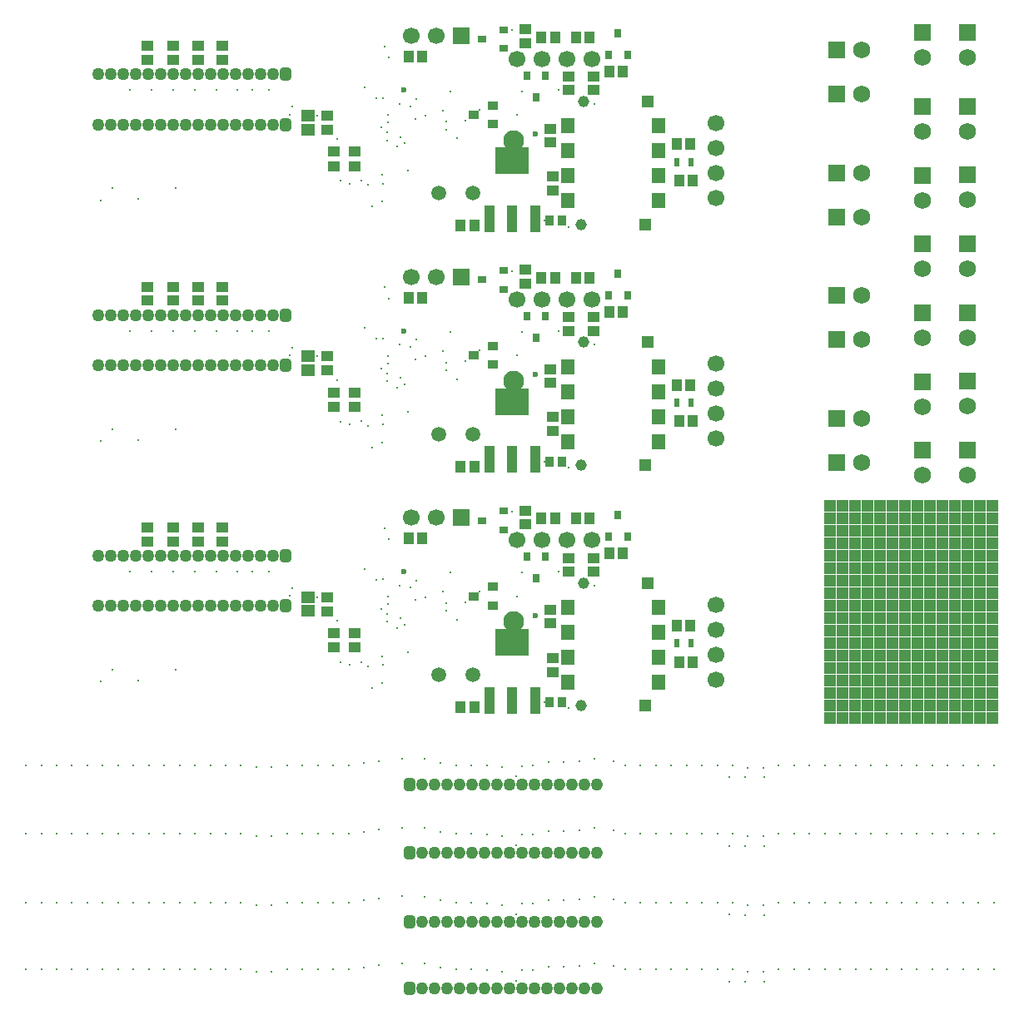
<source format=gbs>
G04*
G04 #@! TF.GenerationSoftware,Altium Limited,Altium Designer,20.1.14 (287)*
G04*
G04 Layer_Color=16711935*
%FSLAX25Y25*%
%MOIN*%
G70*
G04*
G04 #@! TF.SameCoordinates,DA88C76E-B398-4153-8C2D-C889442453F1*
G04*
G04*
G04 #@! TF.FilePolarity,Negative*
G04*
G01*
G75*
%ADD22R,0.03543X0.04134*%
%ADD44C,0.04528*%
%ADD45R,0.04528X0.04528*%
%ADD50C,0.02362*%
%ADD68R,0.04331X0.04724*%
%ADD69R,0.05512X0.06299*%
%ADD71R,0.04724X0.04331*%
%ADD72R,0.03937X0.03543*%
%ADD73R,0.03937X0.04528*%
%ADD74R,0.03347X0.02756*%
%ADD75R,0.04528X0.04134*%
%ADD76R,0.05709X0.04724*%
G04:AMPARAMS|DCode=83|XSize=48mil|YSize=48mil|CornerRadius=7.5mil|HoleSize=0mil|Usage=FLASHONLY|Rotation=180.000|XOffset=0mil|YOffset=0mil|HoleType=Round|Shape=RoundedRectangle|*
%AMROUNDEDRECTD83*
21,1,0.04800,0.03300,0,0,180.0*
21,1,0.03300,0.04800,0,0,180.0*
1,1,0.01500,-0.01650,0.01650*
1,1,0.01500,0.01650,0.01650*
1,1,0.01500,0.01650,-0.01650*
1,1,0.01500,-0.01650,-0.01650*
%
%ADD83ROUNDEDRECTD83*%
%ADD84C,0.06902*%
%ADD85R,0.06902X0.06902*%
%ADD86R,0.06902X0.06902*%
%ADD87C,0.00400*%
%ADD88C,0.08274*%
%ADD89C,0.06693*%
%ADD90C,0.05906*%
G04:AMPARAMS|DCode=91|XSize=48mil|YSize=51mil|CornerRadius=13mil|HoleSize=0mil|Usage=FLASHONLY|Rotation=0.000|XOffset=0mil|YOffset=0mil|HoleType=Round|Shape=RoundedRectangle|*
%AMROUNDEDRECTD91*
21,1,0.04800,0.02500,0,0,0.0*
21,1,0.02200,0.05100,0,0,0.0*
1,1,0.02600,0.01100,-0.01250*
1,1,0.02600,-0.01100,-0.01250*
1,1,0.02600,-0.01100,0.01250*
1,1,0.02600,0.01100,0.01250*
%
%ADD91ROUNDEDRECTD91*%
%ADD92O,0.04800X0.05100*%
%ADD93R,0.06693X0.06693*%
%ADD94C,0.01181*%
G04:AMPARAMS|DCode=95|XSize=47.94mil|YSize=50.94mil|CornerRadius=12.97mil|HoleSize=0mil|Usage=FLASHONLY|Rotation=180.000|XOffset=0mil|YOffset=0mil|HoleType=Round|Shape=RoundedRectangle|*
%AMROUNDEDRECTD95*
21,1,0.04794,0.02500,0,0,180.0*
21,1,0.02200,0.05094,0,0,180.0*
1,1,0.02594,-0.01100,0.01250*
1,1,0.02594,0.01100,0.01250*
1,1,0.02594,0.01100,-0.01250*
1,1,0.02594,-0.01100,-0.01250*
%
%ADD95ROUNDEDRECTD95*%
%ADD96O,0.04794X0.05094*%
%ADD97R,0.02756X0.03347*%
%ADD98R,0.04134X0.04528*%
%ADD99R,0.04528X0.03937*%
%ADD100R,0.02165X0.03740*%
%ADD101R,0.04331X0.11024*%
%ADD102R,0.13386X0.11024*%
D22*
X212598Y311417D02*
D03*
X217717D02*
D03*
X212598Y214961D02*
D03*
X217717D02*
D03*
X212598Y118504D02*
D03*
X217717D02*
D03*
D44*
X226260Y359252D02*
D03*
X225275Y310039D02*
D03*
X226260Y262795D02*
D03*
X225275Y213583D02*
D03*
X226260Y166339D02*
D03*
X225275Y117126D02*
D03*
D45*
X252087Y359252D02*
D03*
X251102Y310039D02*
D03*
X252087Y262795D02*
D03*
X251102Y213583D02*
D03*
X252087Y166339D02*
D03*
X251102Y117126D02*
D03*
D50*
X154331Y363780D02*
D03*
X206932Y346263D02*
D03*
X188583Y311811D02*
D03*
X154331Y267323D02*
D03*
X206932Y249807D02*
D03*
X188583Y215354D02*
D03*
X154331Y170866D02*
D03*
X206932Y153350D02*
D03*
X188583Y118898D02*
D03*
D68*
X242126Y371260D02*
D03*
X236614D02*
D03*
X209449Y385039D02*
D03*
X214961D02*
D03*
X228740D02*
D03*
X223228D02*
D03*
X156299Y377165D02*
D03*
X161811D02*
D03*
X242126Y274803D02*
D03*
X236614D02*
D03*
X209449Y288583D02*
D03*
X214961D02*
D03*
X228740D02*
D03*
X223228D02*
D03*
X156299Y280709D02*
D03*
X161811D02*
D03*
X242126Y178347D02*
D03*
X236614D02*
D03*
X209449Y192126D02*
D03*
X214961D02*
D03*
X228740D02*
D03*
X223228D02*
D03*
X156299Y184252D02*
D03*
X161811D02*
D03*
D69*
X256299Y329488D02*
D03*
Y319488D02*
D03*
X220079Y329488D02*
D03*
Y319488D02*
D03*
X256299Y349488D02*
D03*
Y339488D02*
D03*
X220079Y349488D02*
D03*
Y339488D02*
D03*
X256299Y233032D02*
D03*
Y223031D02*
D03*
X220079Y233032D02*
D03*
Y223031D02*
D03*
X256299Y253031D02*
D03*
Y243032D02*
D03*
X220079Y253031D02*
D03*
Y243032D02*
D03*
X256299Y136575D02*
D03*
Y126575D02*
D03*
X220079Y136575D02*
D03*
Y126575D02*
D03*
X256299Y156575D02*
D03*
Y146575D02*
D03*
X220079Y156575D02*
D03*
Y146575D02*
D03*
D71*
X230315Y369291D02*
D03*
Y363780D02*
D03*
X203150Y388189D02*
D03*
Y382677D02*
D03*
X220472Y369291D02*
D03*
Y363780D02*
D03*
X51691Y375909D02*
D03*
Y381421D02*
D03*
X61927Y375909D02*
D03*
Y381421D02*
D03*
X72163Y375909D02*
D03*
Y381421D02*
D03*
X81612Y375909D02*
D03*
Y381421D02*
D03*
X230315Y272835D02*
D03*
Y267323D02*
D03*
X203150Y291732D02*
D03*
Y286221D02*
D03*
X220472Y272835D02*
D03*
Y267323D02*
D03*
X51691Y279452D02*
D03*
Y284964D02*
D03*
X61927Y279452D02*
D03*
Y284964D02*
D03*
X72163Y279452D02*
D03*
Y284964D02*
D03*
X81612Y279452D02*
D03*
Y284964D02*
D03*
X230315Y176378D02*
D03*
Y170866D02*
D03*
X203150Y195276D02*
D03*
Y189764D02*
D03*
X220472Y176378D02*
D03*
Y170866D02*
D03*
X51691Y182996D02*
D03*
Y188507D02*
D03*
X61927Y182996D02*
D03*
Y188507D02*
D03*
X72163Y182996D02*
D03*
Y188507D02*
D03*
X81612Y182996D02*
D03*
Y188507D02*
D03*
D72*
X190157Y357677D02*
D03*
Y350197D02*
D03*
X182283Y353937D02*
D03*
X190157Y261221D02*
D03*
Y253740D02*
D03*
X182283Y257480D02*
D03*
X190157Y164764D02*
D03*
Y157283D02*
D03*
X182283Y161024D02*
D03*
D73*
X269193Y342126D02*
D03*
X263878D02*
D03*
X264665Y327559D02*
D03*
X269980D02*
D03*
X269193Y245669D02*
D03*
X263878D02*
D03*
X264665Y231102D02*
D03*
X269980D02*
D03*
X269193Y149213D02*
D03*
X263878D02*
D03*
X264665Y134646D02*
D03*
X269980D02*
D03*
D74*
X185827Y384252D02*
D03*
X194488Y380512D02*
D03*
Y387992D02*
D03*
X185827Y287795D02*
D03*
X194488Y284055D02*
D03*
Y291535D02*
D03*
X185827Y191339D02*
D03*
X194488Y187599D02*
D03*
Y195079D02*
D03*
D75*
X214173Y329232D02*
D03*
Y323524D02*
D03*
X126378Y339075D02*
D03*
Y333366D02*
D03*
X134646Y339075D02*
D03*
Y333366D02*
D03*
X123622Y353642D02*
D03*
Y347933D02*
D03*
X214173Y232776D02*
D03*
Y227067D02*
D03*
X126378Y242618D02*
D03*
Y236910D02*
D03*
X134646Y242618D02*
D03*
Y236910D02*
D03*
X123622Y257185D02*
D03*
Y251476D02*
D03*
X214173Y136319D02*
D03*
Y130610D02*
D03*
X126378Y146161D02*
D03*
Y140453D02*
D03*
X134646Y146161D02*
D03*
Y140453D02*
D03*
X123622Y160728D02*
D03*
Y155020D02*
D03*
D76*
X116142Y353543D02*
D03*
Y348031D02*
D03*
Y257087D02*
D03*
Y251575D02*
D03*
Y160630D02*
D03*
Y155118D02*
D03*
D83*
X390000Y172126D02*
D03*
X385000D02*
D03*
X380000D02*
D03*
X375000D02*
D03*
X370000D02*
D03*
X365000D02*
D03*
X360000D02*
D03*
X355000D02*
D03*
X350000D02*
D03*
X345000D02*
D03*
X340000D02*
D03*
X335000D02*
D03*
X330000D02*
D03*
X325000D02*
D03*
Y177126D02*
D03*
X330000D02*
D03*
X335000D02*
D03*
X340000D02*
D03*
X345000D02*
D03*
X350000D02*
D03*
X355000D02*
D03*
X360000D02*
D03*
X365000D02*
D03*
X370000D02*
D03*
X375000D02*
D03*
X380000D02*
D03*
X385000D02*
D03*
X390000D02*
D03*
X325000Y182126D02*
D03*
X330000D02*
D03*
X335000D02*
D03*
X340000D02*
D03*
X345000D02*
D03*
X350000D02*
D03*
X355000D02*
D03*
X360000D02*
D03*
X365000D02*
D03*
X370000D02*
D03*
X375000D02*
D03*
X380000D02*
D03*
X385000D02*
D03*
X390000D02*
D03*
Y197126D02*
D03*
X385000D02*
D03*
X380000D02*
D03*
X375000D02*
D03*
X370000D02*
D03*
X365000D02*
D03*
X360000D02*
D03*
X355000D02*
D03*
X350000D02*
D03*
X345000D02*
D03*
X340000D02*
D03*
X335000D02*
D03*
X330000D02*
D03*
X325000D02*
D03*
X390000Y192126D02*
D03*
X385000D02*
D03*
X380000D02*
D03*
X375000D02*
D03*
X370000D02*
D03*
X365000D02*
D03*
X360000D02*
D03*
X355000D02*
D03*
X350000D02*
D03*
X345000D02*
D03*
X340000D02*
D03*
X335000D02*
D03*
X330000D02*
D03*
X325000D02*
D03*
Y187126D02*
D03*
X330000D02*
D03*
X335000D02*
D03*
X340000D02*
D03*
X345000D02*
D03*
X350000D02*
D03*
X355000D02*
D03*
X360000D02*
D03*
X365000D02*
D03*
X370000D02*
D03*
X375000D02*
D03*
X380000D02*
D03*
X385000D02*
D03*
X390000D02*
D03*
Y142126D02*
D03*
X385000D02*
D03*
X380000D02*
D03*
X375000D02*
D03*
X370000D02*
D03*
X365000D02*
D03*
X360000D02*
D03*
X355000D02*
D03*
X350000D02*
D03*
X345000D02*
D03*
X340000D02*
D03*
X335000D02*
D03*
X330000D02*
D03*
X325000D02*
D03*
Y147126D02*
D03*
X330000D02*
D03*
X335000D02*
D03*
X340000D02*
D03*
X345000D02*
D03*
X350000D02*
D03*
X355000D02*
D03*
X360000D02*
D03*
X365000D02*
D03*
X370000D02*
D03*
X375000D02*
D03*
X380000D02*
D03*
X385000D02*
D03*
X390000D02*
D03*
X325000Y152126D02*
D03*
X330000D02*
D03*
X335000D02*
D03*
X340000D02*
D03*
X345000D02*
D03*
X350000D02*
D03*
X355000D02*
D03*
X360000D02*
D03*
X365000D02*
D03*
X370000D02*
D03*
X375000D02*
D03*
X380000D02*
D03*
X385000D02*
D03*
X390000D02*
D03*
Y167126D02*
D03*
X385000D02*
D03*
X380000D02*
D03*
X375000D02*
D03*
X370000D02*
D03*
X365000D02*
D03*
X360000D02*
D03*
X355000D02*
D03*
X350000D02*
D03*
X345000D02*
D03*
X340000D02*
D03*
X335000D02*
D03*
X330000D02*
D03*
X325000D02*
D03*
X390000Y162126D02*
D03*
X385000D02*
D03*
X380000D02*
D03*
X375000D02*
D03*
X370000D02*
D03*
X365000D02*
D03*
X360000D02*
D03*
X355000D02*
D03*
X350000D02*
D03*
X345000D02*
D03*
X340000D02*
D03*
X335000D02*
D03*
X330000D02*
D03*
X325000D02*
D03*
Y157126D02*
D03*
X330000D02*
D03*
X335000D02*
D03*
X340000D02*
D03*
X345000D02*
D03*
X350000D02*
D03*
X355000D02*
D03*
X360000D02*
D03*
X365000D02*
D03*
X370000D02*
D03*
X375000D02*
D03*
X380000D02*
D03*
X385000D02*
D03*
X390000D02*
D03*
Y127126D02*
D03*
X385000D02*
D03*
X380000D02*
D03*
X375000D02*
D03*
X370000D02*
D03*
X365000D02*
D03*
X360000D02*
D03*
X355000D02*
D03*
X350000D02*
D03*
X345000D02*
D03*
X340000D02*
D03*
X335000D02*
D03*
X330000D02*
D03*
X325000D02*
D03*
Y132126D02*
D03*
X330000D02*
D03*
X335000D02*
D03*
X340000D02*
D03*
X345000D02*
D03*
X350000D02*
D03*
X355000D02*
D03*
X360000D02*
D03*
X365000D02*
D03*
X370000D02*
D03*
X375000D02*
D03*
X380000D02*
D03*
X385000D02*
D03*
X390000D02*
D03*
X325000Y137126D02*
D03*
X330000D02*
D03*
X335000D02*
D03*
X340000D02*
D03*
X345000D02*
D03*
X350000D02*
D03*
X355000D02*
D03*
X360000D02*
D03*
X365000D02*
D03*
X370000D02*
D03*
X375000D02*
D03*
X380000D02*
D03*
X385000D02*
D03*
X390000D02*
D03*
Y122126D02*
D03*
X385000D02*
D03*
X380000D02*
D03*
X375000D02*
D03*
X370000D02*
D03*
X365000D02*
D03*
X360000D02*
D03*
X355000D02*
D03*
X350000D02*
D03*
X345000D02*
D03*
X340000D02*
D03*
X335000D02*
D03*
X330000D02*
D03*
X325000D02*
D03*
X390000Y117126D02*
D03*
X385000D02*
D03*
X380000D02*
D03*
X375000D02*
D03*
X370000D02*
D03*
X365000D02*
D03*
X360000D02*
D03*
X355000D02*
D03*
X350000D02*
D03*
X345000D02*
D03*
X340000D02*
D03*
X335000D02*
D03*
X330000D02*
D03*
X325000D02*
D03*
Y112126D02*
D03*
X330000D02*
D03*
X335000D02*
D03*
X340000D02*
D03*
X345000D02*
D03*
X350000D02*
D03*
X355000D02*
D03*
X360000D02*
D03*
X365000D02*
D03*
X370000D02*
D03*
X375000D02*
D03*
X380000D02*
D03*
X385000D02*
D03*
X390000D02*
D03*
D84*
X337756Y214567D02*
D03*
X337677Y232283D02*
D03*
X337756Y263779D02*
D03*
X337677Y281496D02*
D03*
X337756Y312992D02*
D03*
X337677Y330709D02*
D03*
X337756Y362205D02*
D03*
X337677Y379921D02*
D03*
X362205Y376811D02*
D03*
X379921Y376890D02*
D03*
X362205Y347284D02*
D03*
X379921Y347362D02*
D03*
X362205Y319724D02*
D03*
X379921Y319803D02*
D03*
X362205Y292165D02*
D03*
X379921Y292244D02*
D03*
X362205Y264606D02*
D03*
X379921Y264685D02*
D03*
X362205Y237047D02*
D03*
X379921Y237126D02*
D03*
X362205Y209488D02*
D03*
X379921Y209567D02*
D03*
D85*
X327756Y214567D02*
D03*
X327677Y232283D02*
D03*
X327756Y263779D02*
D03*
X327677Y281496D02*
D03*
X327756Y312992D02*
D03*
X327677Y330709D02*
D03*
X327756Y362205D02*
D03*
X327677Y379921D02*
D03*
D86*
X362205Y386811D02*
D03*
X379921Y386890D02*
D03*
X362205Y357283D02*
D03*
X379921Y357362D02*
D03*
X362205Y329724D02*
D03*
X379921Y329803D02*
D03*
X362205Y302165D02*
D03*
X379921Y302244D02*
D03*
X362205Y274606D02*
D03*
X379921Y274685D02*
D03*
X362205Y247047D02*
D03*
X379921Y247126D02*
D03*
X362205Y219488D02*
D03*
X379921Y219567D02*
D03*
D87*
X303150Y316929D02*
D03*
Y379921D02*
D03*
X11811D02*
D03*
Y316929D02*
D03*
X303150Y220473D02*
D03*
Y283465D02*
D03*
X11811D02*
D03*
Y220473D02*
D03*
X303150Y124016D02*
D03*
Y187008D02*
D03*
X11811D02*
D03*
Y124016D02*
D03*
D88*
X198425Y343701D02*
D03*
Y247244D02*
D03*
Y150787D02*
D03*
D89*
X279527Y320551D02*
D03*
Y330551D02*
D03*
Y340551D02*
D03*
Y350551D02*
D03*
X167323Y385433D02*
D03*
X157323D02*
D03*
X199606Y376378D02*
D03*
X209606D02*
D03*
X219606D02*
D03*
X229606D02*
D03*
X279527Y224095D02*
D03*
Y234095D02*
D03*
Y244094D02*
D03*
Y254095D02*
D03*
X167323Y288976D02*
D03*
X157323D02*
D03*
X199606Y279921D02*
D03*
X209606D02*
D03*
X219606D02*
D03*
X229606D02*
D03*
X279527Y127638D02*
D03*
Y137638D02*
D03*
Y147638D02*
D03*
Y157638D02*
D03*
X167323Y192520D02*
D03*
X157323D02*
D03*
X199606Y183465D02*
D03*
X209606D02*
D03*
X219606D02*
D03*
X229606D02*
D03*
D90*
X182087Y322441D02*
D03*
X168307D02*
D03*
X182087Y225984D02*
D03*
X168307D02*
D03*
X182087Y129528D02*
D03*
X168307D02*
D03*
D91*
X107047Y350000D02*
D03*
X107165Y370079D02*
D03*
X107047Y253543D02*
D03*
X107165Y273622D02*
D03*
X107047Y157087D02*
D03*
X107165Y177165D02*
D03*
D92*
X102047Y350000D02*
D03*
X97047D02*
D03*
X92047D02*
D03*
X87047D02*
D03*
X82047D02*
D03*
X77047D02*
D03*
X72047D02*
D03*
X67047D02*
D03*
X62047D02*
D03*
X57047D02*
D03*
X52047D02*
D03*
X47047D02*
D03*
X42047D02*
D03*
X37047D02*
D03*
X32047D02*
D03*
X102165Y370079D02*
D03*
X97165D02*
D03*
X92165D02*
D03*
X87165D02*
D03*
X82165D02*
D03*
X77165D02*
D03*
X72165D02*
D03*
X67165D02*
D03*
X62165D02*
D03*
X57165D02*
D03*
X52165D02*
D03*
X47165D02*
D03*
X42165D02*
D03*
X37165D02*
D03*
X32165D02*
D03*
X102047Y253543D02*
D03*
X97047D02*
D03*
X92047D02*
D03*
X87047D02*
D03*
X82047D02*
D03*
X77047D02*
D03*
X72047D02*
D03*
X67047D02*
D03*
X62047D02*
D03*
X57047D02*
D03*
X52047D02*
D03*
X47047D02*
D03*
X42047D02*
D03*
X37047D02*
D03*
X32047D02*
D03*
X102165Y273622D02*
D03*
X97165D02*
D03*
X92165D02*
D03*
X87165D02*
D03*
X82165D02*
D03*
X77165D02*
D03*
X72165D02*
D03*
X67165D02*
D03*
X62165D02*
D03*
X57165D02*
D03*
X52165D02*
D03*
X47165D02*
D03*
X42165D02*
D03*
X37165D02*
D03*
X32165D02*
D03*
X196850Y85630D02*
D03*
X201850D02*
D03*
X206850D02*
D03*
X211850D02*
D03*
X196850Y58071D02*
D03*
X201850D02*
D03*
X206850D02*
D03*
X211850D02*
D03*
X196850Y30512D02*
D03*
X201850D02*
D03*
X206850D02*
D03*
X211850D02*
D03*
X196850Y3740D02*
D03*
X201850D02*
D03*
X206850D02*
D03*
X211850D02*
D03*
X102047Y157087D02*
D03*
X97047D02*
D03*
X92047D02*
D03*
X87047D02*
D03*
X82047D02*
D03*
X77047D02*
D03*
X72047D02*
D03*
X67047D02*
D03*
X62047D02*
D03*
X57047D02*
D03*
X52047D02*
D03*
X47047D02*
D03*
X42047D02*
D03*
X37047D02*
D03*
X32047D02*
D03*
X102165Y177165D02*
D03*
X97165D02*
D03*
X92165D02*
D03*
X87165D02*
D03*
X82165D02*
D03*
X77165D02*
D03*
X72165D02*
D03*
X67165D02*
D03*
X62165D02*
D03*
X57165D02*
D03*
X52165D02*
D03*
X47165D02*
D03*
X42165D02*
D03*
X37165D02*
D03*
X32165D02*
D03*
D93*
X177323Y385433D02*
D03*
Y288976D02*
D03*
Y192520D02*
D03*
D94*
X137379Y327582D02*
D03*
X139902Y325800D02*
D03*
X146148Y326391D02*
D03*
X129134Y327478D02*
D03*
X145694Y329921D02*
D03*
X132677Y326391D02*
D03*
X33071Y319685D02*
D03*
X230709Y358268D02*
D03*
X230315Y363780D02*
D03*
X146640Y381286D02*
D03*
X148425Y376772D02*
D03*
X162992Y353543D02*
D03*
X173044Y363386D02*
D03*
X138583Y364961D02*
D03*
X159449Y360236D02*
D03*
X152756Y358268D02*
D03*
X157087Y357341D02*
D03*
X147997Y353764D02*
D03*
X146040Y360653D02*
D03*
X148031Y350813D02*
D03*
X147637Y346850D02*
D03*
X145288Y348788D02*
D03*
X152905Y345031D02*
D03*
X151725Y341102D02*
D03*
X154745Y342498D02*
D03*
X147638Y343701D02*
D03*
X109842Y357086D02*
D03*
X108658Y354017D02*
D03*
X119882Y353592D02*
D03*
X143307Y360630D02*
D03*
X100394Y363780D02*
D03*
X93701Y363780D02*
D03*
X177067Y309449D02*
D03*
X220472Y309055D02*
D03*
X220079Y339488D02*
D03*
X175603Y344411D02*
D03*
X170089Y355706D02*
D03*
X178937Y351575D02*
D03*
X192913Y339370D02*
D03*
X201575Y363386D02*
D03*
X184646Y355906D02*
D03*
X216535Y363780D02*
D03*
X159055Y352350D02*
D03*
X199606Y353937D02*
D03*
X197638Y387795D02*
D03*
X185827Y384252D02*
D03*
X210795Y311417D02*
D03*
X263730Y341978D02*
D03*
X269488Y335039D02*
D03*
X212992Y348425D02*
D03*
X171260Y351181D02*
D03*
X127559Y344094D02*
D03*
X134646Y339075D02*
D03*
X37795Y324410D02*
D03*
X63189Y324397D02*
D03*
X48031Y320079D02*
D03*
X141732Y317178D02*
D03*
X145669Y319159D02*
D03*
X171260Y348031D02*
D03*
X155905Y331496D02*
D03*
X44882Y363780D02*
D03*
X53543D02*
D03*
X70866D02*
D03*
X62205D02*
D03*
X79527D02*
D03*
X87795D02*
D03*
X72047Y381496D02*
D03*
X81496D02*
D03*
X137379Y231125D02*
D03*
X139902Y229343D02*
D03*
X146148Y229934D02*
D03*
X129134Y231021D02*
D03*
X145694Y233465D02*
D03*
X132677Y229934D02*
D03*
X33071Y223228D02*
D03*
X230709Y261811D02*
D03*
X230315Y267323D02*
D03*
X146640Y284829D02*
D03*
X148425Y280315D02*
D03*
X162992Y257087D02*
D03*
X173044Y266929D02*
D03*
X138583Y268504D02*
D03*
X159449Y263780D02*
D03*
X152756Y261811D02*
D03*
X157087Y260884D02*
D03*
X147997Y257307D02*
D03*
X146040Y264196D02*
D03*
X148031Y254356D02*
D03*
X147637Y250394D02*
D03*
X145288Y252331D02*
D03*
X152905Y248575D02*
D03*
X151725Y244645D02*
D03*
X154745Y246042D02*
D03*
X147638Y247244D02*
D03*
X109842Y260630D02*
D03*
X108658Y257560D02*
D03*
X119882Y257136D02*
D03*
X143307Y264173D02*
D03*
X100394Y267323D02*
D03*
X93701Y267323D02*
D03*
X177067Y212992D02*
D03*
X220472Y212598D02*
D03*
X220079Y243032D02*
D03*
X175603Y247954D02*
D03*
X170089Y259250D02*
D03*
X178937Y255118D02*
D03*
X192913Y242913D02*
D03*
X201575Y266929D02*
D03*
X184646Y259449D02*
D03*
X216535Y267323D02*
D03*
X159055Y255893D02*
D03*
X199606Y257480D02*
D03*
X197638Y291339D02*
D03*
X185827Y287795D02*
D03*
X210795Y214961D02*
D03*
X263730Y245522D02*
D03*
X269488Y238583D02*
D03*
X212992Y251969D02*
D03*
X171260Y254724D02*
D03*
X127559Y247638D02*
D03*
X134646Y242618D02*
D03*
X37795Y227953D02*
D03*
X63189Y227940D02*
D03*
X48031Y223622D02*
D03*
X141732Y220722D02*
D03*
X145669Y222703D02*
D03*
X171260Y251575D02*
D03*
X155905Y235039D02*
D03*
X44882Y267323D02*
D03*
X53543D02*
D03*
X70866D02*
D03*
X62205D02*
D03*
X79527D02*
D03*
X87795D02*
D03*
X72047Y285039D02*
D03*
X81496D02*
D03*
X298647Y88484D02*
D03*
X290969D02*
D03*
X284707Y88546D02*
D03*
X238344Y94816D02*
D03*
X224731Y94761D02*
D03*
X230684Y95761D02*
D03*
X201806Y93012D02*
D03*
X199350Y88749D02*
D03*
X153839Y95867D02*
D03*
X144460Y94965D02*
D03*
X206078Y93146D02*
D03*
X347564Y93307D02*
D03*
X341412D02*
D03*
X335261D02*
D03*
X372170D02*
D03*
X298351Y92388D02*
D03*
X292200D02*
D03*
X279897Y93307D02*
D03*
X218381Y94512D02*
D03*
X212229D02*
D03*
X193775Y92481D02*
D03*
X187623Y93146D02*
D03*
X181472Y93307D02*
D03*
X169168Y94273D02*
D03*
X162820Y95768D02*
D03*
X138319Y94194D02*
D03*
X132259Y93307D02*
D03*
X101501Y92457D02*
D03*
X95359D02*
D03*
X89198Y93307D02*
D03*
X76895D02*
D03*
X3076D02*
D03*
X52288D02*
D03*
X58440D02*
D03*
X353716D02*
D03*
X359867D02*
D03*
X366019D02*
D03*
X378322D02*
D03*
X384473D02*
D03*
X390625D02*
D03*
X329109D02*
D03*
X322958D02*
D03*
X316806D02*
D03*
X310655D02*
D03*
X304503D02*
D03*
X249139D02*
D03*
X255290D02*
D03*
X261442D02*
D03*
X267594D02*
D03*
X273745D02*
D03*
X286048D02*
D03*
X242987D02*
D03*
X175320D02*
D03*
X126107D02*
D03*
X119956D02*
D03*
X113804D02*
D03*
X107653D02*
D03*
X64592D02*
D03*
X70743D02*
D03*
X83046D02*
D03*
X46137D02*
D03*
X39985D02*
D03*
X33834D02*
D03*
X27682D02*
D03*
X21531D02*
D03*
X15379D02*
D03*
X9227D02*
D03*
X298647Y60925D02*
D03*
X290969D02*
D03*
X284707Y60987D02*
D03*
X238344Y67257D02*
D03*
X224731Y67202D02*
D03*
X230684Y68202D02*
D03*
X201806Y65453D02*
D03*
X199350Y61190D02*
D03*
X153839Y68308D02*
D03*
X144460Y67406D02*
D03*
X206078Y65587D02*
D03*
X347564Y65748D02*
D03*
X341412D02*
D03*
X335261D02*
D03*
X372170D02*
D03*
X298351Y64829D02*
D03*
X292200D02*
D03*
X279897Y65748D02*
D03*
X218381Y66953D02*
D03*
X212229D02*
D03*
X193775Y64922D02*
D03*
X187623Y65587D02*
D03*
X181472Y65748D02*
D03*
X169168Y66714D02*
D03*
X162820Y68209D02*
D03*
X138319Y66634D02*
D03*
X132259Y65748D02*
D03*
X101501Y64898D02*
D03*
X95359D02*
D03*
X89198Y65748D02*
D03*
X76895D02*
D03*
X3076D02*
D03*
X52288D02*
D03*
X58440D02*
D03*
X353716D02*
D03*
X359867D02*
D03*
X366019D02*
D03*
X378322D02*
D03*
X384473D02*
D03*
X390625D02*
D03*
X329109D02*
D03*
X322958D02*
D03*
X316806D02*
D03*
X310655D02*
D03*
X304503D02*
D03*
X249139D02*
D03*
X255290D02*
D03*
X261442D02*
D03*
X267594D02*
D03*
X273745D02*
D03*
X286048D02*
D03*
X242987D02*
D03*
X175320D02*
D03*
X126107D02*
D03*
X119956D02*
D03*
X113804D02*
D03*
X107653D02*
D03*
X64592D02*
D03*
X70743D02*
D03*
X83046D02*
D03*
X46137D02*
D03*
X39985D02*
D03*
X33834D02*
D03*
X27682D02*
D03*
X21531D02*
D03*
X15379D02*
D03*
X9227D02*
D03*
X298647Y33366D02*
D03*
X290969D02*
D03*
X284707Y33428D02*
D03*
X238344Y39698D02*
D03*
X224731Y39643D02*
D03*
X230684Y40643D02*
D03*
X201806Y37894D02*
D03*
X199350Y33630D02*
D03*
X153839Y40749D02*
D03*
X144460Y39847D02*
D03*
X206078Y38028D02*
D03*
X347564Y38189D02*
D03*
X341412D02*
D03*
X335261D02*
D03*
X372170D02*
D03*
X298351Y37270D02*
D03*
X292200D02*
D03*
X279897Y38189D02*
D03*
X218381Y39394D02*
D03*
X212229D02*
D03*
X193775Y37363D02*
D03*
X187623Y38028D02*
D03*
X181472Y38189D02*
D03*
X169168Y39155D02*
D03*
X162820Y40650D02*
D03*
X138319Y39075D02*
D03*
X132259Y38189D02*
D03*
X101501Y37339D02*
D03*
X95359D02*
D03*
X89198Y38189D02*
D03*
X76895D02*
D03*
X3076D02*
D03*
X52288D02*
D03*
X58440D02*
D03*
X353716D02*
D03*
X359867D02*
D03*
X366019D02*
D03*
X378322D02*
D03*
X384473D02*
D03*
X390625D02*
D03*
X329109D02*
D03*
X322958D02*
D03*
X316806D02*
D03*
X310655D02*
D03*
X304503D02*
D03*
X249139D02*
D03*
X255290D02*
D03*
X261442D02*
D03*
X267594D02*
D03*
X273745D02*
D03*
X286048D02*
D03*
X242987D02*
D03*
X175320D02*
D03*
X126107D02*
D03*
X119956D02*
D03*
X113804D02*
D03*
X107653D02*
D03*
X64592D02*
D03*
X70743D02*
D03*
X83046D02*
D03*
X46137D02*
D03*
X39985D02*
D03*
X33834D02*
D03*
X27682D02*
D03*
X21531D02*
D03*
X15379D02*
D03*
X9227D02*
D03*
X298647Y6594D02*
D03*
X290969D02*
D03*
X284707Y6656D02*
D03*
X238344Y12926D02*
D03*
X224731Y12871D02*
D03*
X230684Y13871D02*
D03*
X201806Y11123D02*
D03*
X199350Y6859D02*
D03*
X153839Y13977D02*
D03*
X144460Y13075D02*
D03*
X206078Y11256D02*
D03*
X347564Y11417D02*
D03*
X341412D02*
D03*
X335261D02*
D03*
X372170D02*
D03*
X298351Y10498D02*
D03*
X292200D02*
D03*
X279897Y11417D02*
D03*
X218381Y12622D02*
D03*
X212229D02*
D03*
X193775Y10591D02*
D03*
X187623Y11256D02*
D03*
X181472Y11417D02*
D03*
X169168Y12383D02*
D03*
X162820Y13878D02*
D03*
X138319Y12304D02*
D03*
X132259Y11417D02*
D03*
X101501Y10567D02*
D03*
X95359D02*
D03*
X89198Y11417D02*
D03*
X76895D02*
D03*
X3076D02*
D03*
X52288D02*
D03*
X58440D02*
D03*
X353716D02*
D03*
X359867D02*
D03*
X366019D02*
D03*
X378322D02*
D03*
X384473D02*
D03*
X390625D02*
D03*
X329109D02*
D03*
X322958D02*
D03*
X316806D02*
D03*
X310655D02*
D03*
X304503D02*
D03*
X249139D02*
D03*
X255290D02*
D03*
X261442D02*
D03*
X267594D02*
D03*
X273745D02*
D03*
X286048D02*
D03*
X242987D02*
D03*
X175320D02*
D03*
X126107D02*
D03*
X119956D02*
D03*
X113804D02*
D03*
X107653D02*
D03*
X64592D02*
D03*
X70743D02*
D03*
X83046D02*
D03*
X46137D02*
D03*
X39985D02*
D03*
X33834D02*
D03*
X27682D02*
D03*
X21531D02*
D03*
X15379D02*
D03*
X9227D02*
D03*
X137379Y134669D02*
D03*
X139902Y132887D02*
D03*
X146148Y133477D02*
D03*
X129134Y134565D02*
D03*
X145694Y137008D02*
D03*
X132677Y133477D02*
D03*
X33071Y126772D02*
D03*
X230709Y165354D02*
D03*
X230315Y170866D02*
D03*
X146640Y188373D02*
D03*
X148425Y183858D02*
D03*
X162992Y160630D02*
D03*
X173044Y170473D02*
D03*
X138583Y172047D02*
D03*
X159449Y167323D02*
D03*
X152756Y165354D02*
D03*
X157087Y164428D02*
D03*
X147997Y160851D02*
D03*
X146040Y167739D02*
D03*
X148031Y157899D02*
D03*
X147637Y153937D02*
D03*
X145288Y155875D02*
D03*
X152905Y152118D02*
D03*
X151725Y148189D02*
D03*
X154745Y149585D02*
D03*
X147638Y150787D02*
D03*
X109842Y164173D02*
D03*
X108658Y161104D02*
D03*
X119882Y160679D02*
D03*
X143307Y167717D02*
D03*
X100394Y170866D02*
D03*
X93701Y170866D02*
D03*
X177067Y116535D02*
D03*
X220472Y116142D02*
D03*
X220079Y146575D02*
D03*
X175603Y151497D02*
D03*
X170089Y162793D02*
D03*
X178937Y158661D02*
D03*
X192913Y146457D02*
D03*
X201575Y170473D02*
D03*
X184646Y162992D02*
D03*
X216535Y170866D02*
D03*
X159055Y159436D02*
D03*
X199606Y161024D02*
D03*
X197638Y194882D02*
D03*
X185827Y191339D02*
D03*
X210795Y118504D02*
D03*
X263730Y149065D02*
D03*
X269488Y142126D02*
D03*
X212992Y155512D02*
D03*
X171260Y158268D02*
D03*
X127559Y151181D02*
D03*
X134646Y146161D02*
D03*
X37795Y131496D02*
D03*
X63189Y131483D02*
D03*
X48031Y127165D02*
D03*
X141732Y124265D02*
D03*
X145669Y126246D02*
D03*
X171260Y155118D02*
D03*
X155905Y138583D02*
D03*
X44882Y170866D02*
D03*
X53543D02*
D03*
X70866D02*
D03*
X62205D02*
D03*
X79527D02*
D03*
X87795D02*
D03*
X72047Y188583D02*
D03*
X81496D02*
D03*
D95*
X156850Y85630D02*
D03*
Y58071D02*
D03*
Y30512D02*
D03*
Y3740D02*
D03*
D96*
X161850Y85630D02*
D03*
X166850D02*
D03*
X171850D02*
D03*
X176850D02*
D03*
X181850D02*
D03*
X186850D02*
D03*
X191850D02*
D03*
X216850D02*
D03*
X221850D02*
D03*
X226850D02*
D03*
X231850D02*
D03*
X161850Y58071D02*
D03*
X166850D02*
D03*
X171850D02*
D03*
X176850D02*
D03*
X181850D02*
D03*
X186850D02*
D03*
X191850D02*
D03*
X216850D02*
D03*
X221850D02*
D03*
X226850D02*
D03*
X231850D02*
D03*
X161850Y30512D02*
D03*
X166850D02*
D03*
X171850D02*
D03*
X176850D02*
D03*
X181850D02*
D03*
X186850D02*
D03*
X191850D02*
D03*
X216850D02*
D03*
X221850D02*
D03*
X226850D02*
D03*
X231850D02*
D03*
X161850Y3740D02*
D03*
X166850D02*
D03*
X171850D02*
D03*
X176850D02*
D03*
X181850D02*
D03*
X186850D02*
D03*
X191850D02*
D03*
X216850D02*
D03*
X221850D02*
D03*
X226850D02*
D03*
X231850D02*
D03*
D97*
X240157Y386614D02*
D03*
X236417Y377953D02*
D03*
X243898D02*
D03*
X207480Y361024D02*
D03*
X211220Y369685D02*
D03*
X203740D02*
D03*
X240157Y290158D02*
D03*
X236417Y281496D02*
D03*
X243898D02*
D03*
X207480Y264567D02*
D03*
X211220Y273228D02*
D03*
X203740D02*
D03*
X240157Y193701D02*
D03*
X236417Y185039D02*
D03*
X243898D02*
D03*
X207480Y168110D02*
D03*
X211220Y176772D02*
D03*
X203740D02*
D03*
D98*
X182776Y309449D02*
D03*
X177067D02*
D03*
X182776Y212992D02*
D03*
X177067D02*
D03*
X182776Y116535D02*
D03*
X177067D02*
D03*
D99*
X212992Y348327D02*
D03*
Y343012D02*
D03*
Y251870D02*
D03*
Y246555D02*
D03*
Y155413D02*
D03*
Y150099D02*
D03*
D100*
X263583Y335039D02*
D03*
X269488D02*
D03*
X263583Y238583D02*
D03*
X269488D02*
D03*
X263583Y142126D02*
D03*
X269488D02*
D03*
D101*
X206890Y312205D02*
D03*
X197835D02*
D03*
X188779D02*
D03*
X206890Y215748D02*
D03*
X197835D02*
D03*
X188779D02*
D03*
X206890Y119291D02*
D03*
X197835D02*
D03*
X188779D02*
D03*
D102*
X197835Y335433D02*
D03*
Y238976D02*
D03*
Y142520D02*
D03*
M02*

</source>
